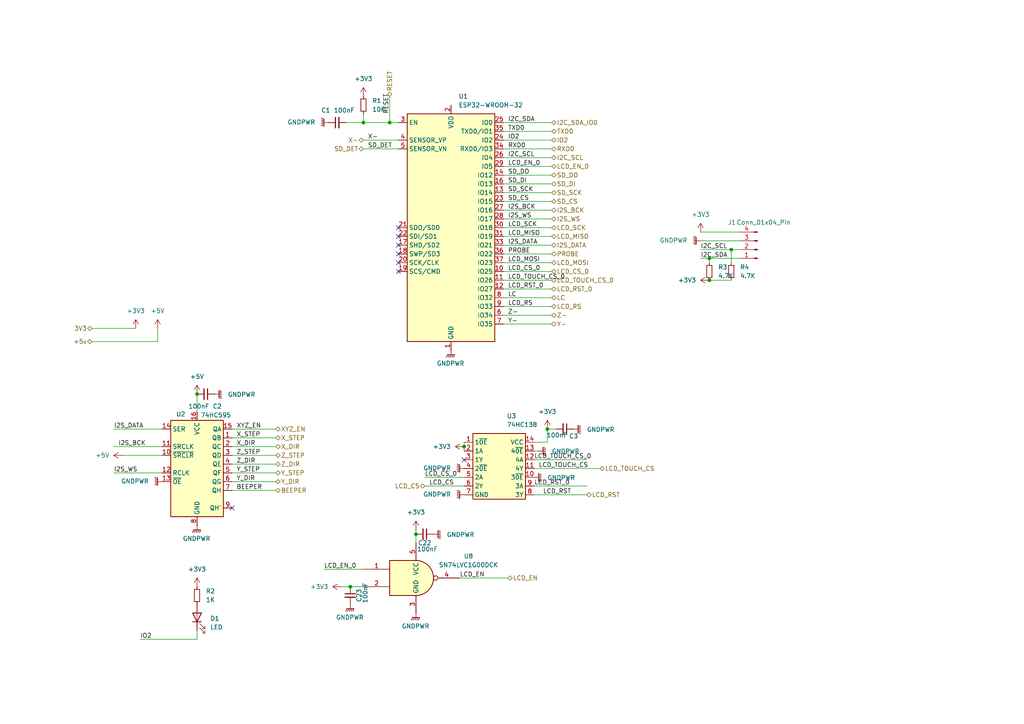
<source format=kicad_sch>
(kicad_sch (version 20231120) (generator "eeschema") (generator_version "8.0")
  (paper "A4")
  (lib_symbols
    (symbol "74xGxx:SN74LVC1G00DCK"
      (property "Reference" "U" (at -5.08 7.62 0))
      (property "Value" "SN74LVC1G00DCK" (at 7.62 -7.62 0))
      (symbol "SN74LVC1G00DCK_0_1"
        (arc (start 0 -5.08) (mid 5.0579 0) (end 0 5.08) (stroke (width 0.254)) (fill (type background)))
        (polyline (pts (xy 0 -5.08) (xy -7.62 -5.08) (xy -7.62 5.08) (xy 0 5.08)) (stroke (width 0.254)) (fill (type background)))
      )
      (symbol "SN74LVC1G00DCK_1_1"
        (pin input line (at -15.24 2.54 0) (length 7.62) (name "~") (number "1"))
        (pin input line (at -15.24 -2.54 0) (length 7.62) (name "~") (number "2"))
        (pin power_in line (at 0 -10.16 90) (length 5.08) (name "GND") (number "3"))
        (pin output inverted (at 12.7 0 180) (length 7.62) (name "~") (number "4"))
        (pin power_in line (at 0 10.16 270) (length 5.08) (name "VCC") (number "5"))
      )
    )
    (symbol "74xx:74HC138"
      (property "Reference" "U3" (at 2.1941 17.78 0))
      (property "Value" "74HC138" (at 2.1941 15.24 0))
      (symbol "74HC138_0_1"
        (rectangle (start -7.62 12.7) (end 7.62 -6.35) (stroke (width 0.254)) (fill (type background)))
      )
      (symbol "74HC138_1_1"
        (pin input line (at -10.16 10.16 0) (length 2.54) (name "1~{0E}") (number "1"))
        (pin output line (at 10.16 0 180) (length 2.54) (name "3~{0E}") (number "10"))
        (pin output line (at 10.16 2.54 180) (length 2.54) (name "4Y") (number "11"))
        (pin output line (at 10.16 5.08 180) (length 2.54) (name "4A") (number "12"))
        (pin output line (at 10.16 7.62 180) (length 2.54) (name "4~{0E}") (number "13"))
        (pin output line (at 10.16 10.16 180) (length 2.54) (name "VCC") (number "14"))
        (pin input line (at -10.16 7.62 0) (length 2.54) (name "1A") (number "2"))
        (pin input line (at -10.16 5.08 0) (length 2.54) (name "1Y") (number "3"))
        (pin input line (at -10.16 2.54 0) (length 2.54) (name "2~{0E}") (number "4"))
        (pin input line (at -10.16 0 0) (length 2.54) (name "2A") (number "5"))
        (pin input line (at -10.16 -2.54 0) (length 2.54) (name "2Y") (number "6"))
        (pin power_in line (at -10.16 -5.08 0) (length 2.54) (name "GND") (number "7"))
        (pin output line (at 10.16 -5.08 180) (length 2.54) (name "3Y") (number "8"))
        (pin output line (at 10.16 -2.54 180) (length 2.54) (name "3A") (number "9"))
      )
    )
    (symbol "74xx:74HC595"
      (property "Reference" "U" (at -7.62 13.97 0))
      (property "Value" "74HC595" (at -7.62 -16.51 0))
      (symbol "74HC595_1_0"
        (pin tri_state line (at 10.16 7.62 180) (length 2.54) (name "QB") (number "1"))
        (pin input line (at -10.16 2.54 0) (length 2.54) (name "~{SRCLR}") (number "10"))
        (pin input line (at -10.16 5.08 0) (length 2.54) (name "SRCLK") (number "11"))
        (pin input line (at -10.16 -2.54 0) (length 2.54) (name "RCLK") (number "12"))
        (pin input line (at -10.16 -5.08 0) (length 2.54) (name "~{OE}") (number "13"))
        (pin input line (at -10.16 10.16 0) (length 2.54) (name "SER") (number "14"))
        (pin tri_state line (at 10.16 10.16 180) (length 2.54) (name "QA") (number "15"))
        (pin power_in line (at 0 15.24 270) (length 2.54) (name "VCC") (number "16"))
        (pin tri_state line (at 10.16 5.08 180) (length 2.54) (name "QC") (number "2"))
        (pin tri_state line (at 10.16 2.54 180) (length 2.54) (name "QD") (number "3"))
        (pin tri_state line (at 10.16 0 180) (length 2.54) (name "QE") (number "4"))
        (pin tri_state line (at 10.16 -2.54 180) (length 2.54) (name "QF") (number "5"))
        (pin tri_state line (at 10.16 -5.08 180) (length 2.54) (name "QG") (number "6"))
        (pin tri_state line (at 10.16 -7.62 180) (length 2.54) (name "QH") (number "7"))
        (pin power_in line (at 0 -17.78 90) (length 2.54) (name "GND") (number "8"))
        (pin output line (at 10.16 -12.7 180) (length 2.54) (name "QH'") (number "9"))
      )
      (symbol "74HC595_1_1"
        (rectangle (start -7.62 12.7) (end 7.62 -15.24) (stroke (width 0.254)) (fill (type background)))
      )
    )
    (symbol "Connector:Conn_01x04_Pin" (pin_names (offset 1.016) hide)
      (property "Reference" "J" (at 0 5.08 0))
      (property "Value" "Conn_01x04_Pin" (at 0 -7.62 0))
      (symbol "Conn_01x04_Pin_1_1"
        (polyline (pts (xy 1.27 -5.08) (xy 0.8636 -5.08)) (stroke (width 0.1524)))
        (polyline (pts (xy 1.27 -2.54) (xy 0.8636 -2.54)) (stroke (width 0.1524)))
        (polyline (pts (xy 1.27 0) (xy 0.8636 0)) (stroke (width 0.1524)))
        (polyline (pts (xy 1.27 2.54) (xy 0.8636 2.54)) (stroke (width 0.1524)))
        (rectangle (start 0.8636 -4.953) (end 0 -5.207) (stroke (width 0.1524)) (fill (type outline)))
        (rectangle (start 0.8636 -2.413) (end 0 -2.667) (stroke (width 0.1524)) (fill (type outline)))
        (rectangle (start 0.8636 0.127) (end 0 -0.127) (stroke (width 0.1524)) (fill (type outline)))
        (rectangle (start 0.8636 2.667) (end 0 2.413) (stroke (width 0.1524)) (fill (type outline)))
        (pin passive line (at 5.08 2.54 180) (length 3.81) (name "Pin_1") (number "1"))
        (pin passive line (at 5.08 0 180) (length 3.81) (name "Pin_2") (number "2"))
        (pin passive line (at 5.08 -2.54 180) (length 3.81) (name "Pin_3") (number "3"))
        (pin passive line (at 5.08 -5.08 180) (length 3.81) (name "Pin_4") (number "4"))
      )
    )
    (symbol "Device:C_Small" (pin_numbers hide) (pin_names (offset 0.254) hide)
      (property "Reference" "C" (at 0.254 1.778 0))
      (property "Value" "C_Small" (at 0.254 -2.032 0))
      (symbol "C_Small_0_1"
        (polyline (pts (xy -1.524 -0.508) (xy 1.524 -0.508)) (stroke (width 0.3302)))
        (polyline (pts (xy -1.524 0.508) (xy 1.524 0.508)) (stroke (width 0.3048)))
      )
      (symbol "C_Small_1_1"
        (pin passive line (at 0 2.54 270) (length 2.032) (name "~") (number "1"))
        (pin passive line (at 0 -2.54 90) (length 2.032) (name "~") (number "2"))
      )
    )
    (symbol "Device:LED" (pin_numbers hide) (pin_names (offset 1.016) hide)
      (property "Reference" "D" (at 0 2.54 0))
      (property "Value" "LED" (at 0 -2.54 0))
      (symbol "LED_0_1"
        (polyline (pts (xy -1.27 -1.27) (xy -1.27 1.27)) (stroke (width 0.254)))
        (polyline (pts (xy -1.27 0) (xy 1.27 0)))
        (polyline (pts (xy 1.27 -1.27) (xy 1.27 1.27) (xy -1.27 0) (xy 1.27 -1.27)) (stroke (width 0.254)))
        (polyline (pts (xy -3.048 -0.762) (xy -4.572 -2.286) (xy -3.81 -2.286) (xy -4.572 -2.286) (xy -4.572 -1.524)))
        (polyline (pts (xy -1.778 -0.762) (xy -3.302 -2.286) (xy -2.54 -2.286) (xy -3.302 -2.286) (xy -3.302 -1.524)))
      )
      (symbol "LED_1_1"
        (pin passive line (at -3.81 0 0) (length 2.54) (name "K") (number "1"))
        (pin passive line (at 3.81 0 180) (length 2.54) (name "A") (number "2"))
      )
    )
    (symbol "Device:R_Small" (pin_numbers hide) (pin_names (offset 0.254) hide)
      (property "Reference" "R" (at 0.762 0.508 0))
      (property "Value" "R_Small" (at 0.762 -1.016 0))
      (symbol "R_Small_0_1"
        (rectangle (start -0.762 1.778) (end 0.762 -1.778) (stroke (width 0.2032)))
      )
      (symbol "R_Small_1_1"
        (pin passive line (at 0 2.54 270) (length 0.762) (name "~") (number "1"))
        (pin passive line (at 0 -2.54 90) (length 0.762) (name "~") (number "2"))
      )
    )
    (symbol "RF_Module:ESP32-WROOM-32"
      (property "Reference" "U" (at -12.7 34.29 0))
      (property "Value" "ESP32-WROOM-32" (at 1.27 34.29 0))
      (symbol "ESP32-WROOM-32_0_1"
        (rectangle (start -12.7 33.02) (end 12.7 -33.02) (stroke (width 0.254)) (fill (type background)))
      )
      (symbol "ESP32-WROOM-32_1_1"
        (pin power_in line (at 0 -35.56 90) (length 2.54) (name "GND") (number "1"))
        (pin bidirectional line (at 15.24 -12.7 180) (length 2.54) (name "IO25") (number "10"))
        (pin bidirectional line (at 15.24 -15.24 180) (length 2.54) (name "IO26") (number "11"))
        (pin bidirectional line (at 15.24 -17.78 180) (length 2.54) (name "IO27") (number "12"))
        (pin bidirectional line (at 15.24 10.16 180) (length 2.54) (name "IO14") (number "13"))
        (pin bidirectional line (at 15.24 15.24 180) (length 2.54) (name "IO12") (number "14"))
        (pin passive line (at 0 -35.56 90) (length 2.54) hide (name "GND") (number "15"))
        (pin bidirectional line (at 15.24 12.7 180) (length 2.54) (name "IO13") (number "16"))
        (pin bidirectional line (at -15.24 -5.08 0) (length 2.54) (name "SHD/SD2") (number "17"))
        (pin bidirectional line (at -15.24 -7.62 0) (length 2.54) (name "SWP/SD3") (number "18"))
        (pin bidirectional line (at -15.24 -12.7 0) (length 2.54) (name "SCS/CMD") (number "19"))
        (pin power_in line (at 0 35.56 270) (length 2.54) (name "VDD") (number "2"))
        (pin bidirectional line (at -15.24 -10.16 0) (length 2.54) (name "SCK/CLK") (number "20"))
        (pin bidirectional line (at -15.24 0 0) (length 2.54) (name "SDO/SD0") (number "21"))
        (pin bidirectional line (at -15.24 -2.54 0) (length 2.54) (name "SDI/SD1") (number "22"))
        (pin bidirectional line (at 15.24 7.62 180) (length 2.54) (name "IO15") (number "23"))
        (pin bidirectional line (at 15.24 25.4 180) (length 2.54) (name "IO2") (number "24"))
        (pin bidirectional line (at 15.24 30.48 180) (length 2.54) (name "IO0") (number "25"))
        (pin bidirectional line (at 15.24 20.32 180) (length 2.54) (name "IO4") (number "26"))
        (pin bidirectional line (at 15.24 5.08 180) (length 2.54) (name "IO16") (number "27"))
        (pin bidirectional line (at 15.24 2.54 180) (length 2.54) (name "IO17") (number "28"))
        (pin bidirectional line (at 15.24 17.78 180) (length 2.54) (name "IO5") (number "29"))
        (pin input line (at -15.24 30.48 0) (length 2.54) (name "EN") (number "3"))
        (pin bidirectional line (at 15.24 0 180) (length 2.54) (name "IO18") (number "30"))
        (pin bidirectional line (at 15.24 -2.54 180) (length 2.54) (name "IO19") (number "31"))
        (pin no_connect line (at -12.7 -27.94 0) (length 2.54) hide (name "NC") (number "32"))
        (pin bidirectional line (at 15.24 -5.08 180) (length 2.54) (name "IO21") (number "33"))
        (pin bidirectional line (at 15.24 22.86 180) (length 2.54) (name "RXD0/IO3") (number "34"))
        (pin bidirectional line (at 15.24 27.94 180) (length 2.54) (name "TXD0/IO1") (number "35"))
        (pin bidirectional line (at 15.24 -7.62 180) (length 2.54) (name "IO22") (number "36"))
        (pin bidirectional line (at 15.24 -10.16 180) (length 2.54) (name "IO23") (number "37"))
        (pin passive line (at 0 -35.56 90) (length 2.54) hide (name "GND") (number "38"))
        (pin passive line (at 0 -35.56 90) (length 2.54) hide (name "GND") (number "39"))
        (pin input line (at -15.24 25.4 0) (length 2.54) (name "SENSOR_VP") (number "4"))
        (pin input line (at -15.24 22.86 0) (length 2.54) (name "SENSOR_VN") (number "5"))
        (pin input line (at 15.24 -25.4 180) (length 2.54) (name "IO34") (number "6"))
        (pin input line (at 15.24 -27.94 180) (length 2.54) (name "IO35") (number "7"))
        (pin bidirectional line (at 15.24 -20.32 180) (length 2.54) (name "IO32") (number "8"))
        (pin bidirectional line (at 15.24 -22.86 180) (length 2.54) (name "IO33") (number "9"))
      )
    )
    (symbol "power:+3V3" (power) (pin_numbers hide) (pin_names (offset 0) hide)
      (property "Value" "+3V3" (at 0 3.556 0))
      (symbol "+3V3_0_1"
        (polyline (pts (xy -0.762 1.27) (xy 0 2.54)))
        (polyline (pts (xy 0 0) (xy 0 2.54)))
        (polyline (pts (xy 0 2.54) (xy 0.762 1.27)))
      )
      (symbol "+3V3_1_1"
        (pin power_in line (at 0 0 90) (length 0) (name "~") (number "1"))
      )
    )
    (symbol "power:GNDPWR" (power) (pin_numbers hide) (pin_names (offset 0) hide)
      (property "Value" "GNDPWR" (at 0 -3.302 0))
      (symbol "GNDPWR_0_1"
        (polyline (pts (xy 0 -1.27) (xy 0 0)))
        (polyline (pts (xy -1.016 -1.27) (xy -1.27 -2.032) (xy -1.27 -2.032)) (stroke (width 0.2032)))
        (polyline (pts (xy -0.508 -1.27) (xy -0.762 -2.032) (xy -0.762 -2.032)) (stroke (width 0.2032)))
        (polyline (pts (xy 0 -1.27) (xy -0.254 -2.032) (xy -0.254 -2.032)) (stroke (width 0.2032)))
        (polyline (pts (xy 0.508 -1.27) (xy 0.254 -2.032) (xy 0.254 -2.032)) (stroke (width 0.2032)))
        (polyline (pts (xy 1.016 -1.27) (xy -1.016 -1.27) (xy -1.016 -1.27)) (stroke (width 0.2032)))
        (polyline (pts (xy 1.016 -1.27) (xy 0.762 -2.032) (xy 0.762 -2.032) (xy 0.762 -2.032)) (stroke (width 0.2032)))
      )
      (symbol "GNDPWR_1_1"
        (pin power_in line (at 0 0 270) (length 0) (name "~") (number "1"))
      )
    )
  )
  (junction (at 105.41 35.56))
  (junction (at 134.62 129.54))
  (junction (at 101.6 170.18))
  (junction (at 113.03 35.56))
  (junction (at 158.75 124.46))
  (junction (at 57.15 114.3))
  (junction (at 212.09 72.39))
  (junction (at 205.74 81.28))
  (junction (at 120.65 154.94))
  (junction (at 205.74 74.93))
  (no_connect (at 134.62 133.35))
  (no_connect (at 115.57 73.66))
  (no_connect (at 67.31 147.32))
  (no_connect (at 115.57 66.04))
  (no_connect (at 115.57 71.12))
  (no_connect (at 115.57 68.58))
  (no_connect (at 115.57 76.2))
  (no_connect (at 115.57 78.74))
  (wire (pts (xy 33.02 129.54) (xy 46.99 129.54)))
  (wire (pts (xy 99.06 170.18) (xy 101.6 170.18)))
  (wire (pts (xy 205.74 74.93) (xy 205.74 76.2)))
  (wire (pts (xy 146.05 48.26) (xy 160.02 48.26)))
  (wire (pts (xy 45.72 99.06) (xy 45.72 95.25)))
  (wire (pts (xy 146.05 50.8) (xy 160.02 50.8)))
  (wire (pts (xy 205.74 74.93) (xy 214.63 74.93)))
  (wire (pts (xy 134.62 129.54) (xy 134.62 130.81)))
  (wire (pts (xy 146.05 35.56) (xy 160.02 35.56)))
  (wire (pts (xy 113.03 35.56) (xy 105.41 35.56)))
  (wire (pts (xy 203.2 74.93) (xy 205.74 74.93)))
  (wire (pts (xy 35.56 132.08) (xy 46.99 132.08)))
  (wire (pts (xy 146.05 71.12) (xy 160.02 71.12)))
  (wire (pts (xy 57.15 114.3) (xy 57.15 119.38)))
  (wire (pts (xy 115.57 35.56) (xy 113.03 35.56)))
  (wire (pts (xy 146.05 73.66) (xy 160.02 73.66)))
  (wire (pts (xy 205.74 81.28) (xy 212.09 81.28)))
  (wire (pts (xy 154.94 128.27) (xy 158.75 128.27)))
  (wire (pts (xy 158.75 124.46) (xy 161.29 124.46)))
  (wire (pts (xy 146.05 86.36) (xy 160.02 86.36)))
  (wire (pts (xy 33.02 124.46) (xy 46.99 124.46)))
  (wire (pts (xy 158.75 128.27) (xy 158.75 124.46)))
  (wire (pts (xy 154.94 135.89) (xy 173.99 135.89)))
  (wire (pts (xy 146.05 76.2) (xy 160.02 76.2)))
  (wire (pts (xy 57.15 182.88) (xy 57.15 185.42)))
  (wire (pts (xy 40.64 185.42) (xy 57.15 185.42)))
  (wire (pts (xy 80.01 137.16) (xy 67.31 137.16)))
  (wire (pts (xy 146.05 40.64) (xy 160.02 40.64)))
  (wire (pts (xy 80.01 142.24) (xy 67.31 142.24)))
  (wire (pts (xy 203.2 67.31) (xy 214.63 67.31)))
  (wire (pts (xy 212.09 72.39) (xy 214.63 72.39)))
  (wire (pts (xy 146.05 63.5) (xy 160.02 63.5)))
  (wire (pts (xy 154.94 133.35) (xy 170.18 133.35)))
  (wire (pts (xy 80.01 129.54) (xy 67.31 129.54)))
  (wire (pts (xy 105.41 35.56) (xy 105.41 33.02)))
  (wire (pts (xy 134.62 128.27) (xy 134.62 129.54)))
  (wire (pts (xy 80.01 132.08) (xy 67.31 132.08)))
  (wire (pts (xy 146.05 68.58) (xy 160.02 68.58)))
  (wire (pts (xy 133.35 167.64) (xy 147.32 167.64)))
  (wire (pts (xy 80.01 124.46) (xy 67.31 124.46)))
  (wire (pts (xy 146.05 45.72) (xy 160.02 45.72)))
  (wire (pts (xy 146.05 55.88) (xy 160.02 55.88)))
  (wire (pts (xy 123.19 138.43) (xy 134.62 138.43)))
  (wire (pts (xy 203.2 69.85) (xy 214.63 69.85)))
  (wire (pts (xy 123.19 140.97) (xy 134.62 140.97)))
  (wire (pts (xy 146.05 60.96) (xy 160.02 60.96)))
  (wire (pts (xy 154.94 143.51) (xy 170.18 143.51)))
  (wire (pts (xy 146.05 53.34) (xy 160.02 53.34)))
  (wire (pts (xy 146.05 93.98) (xy 160.02 93.98)))
  (wire (pts (xy 26.67 99.06) (xy 45.72 99.06)))
  (wire (pts (xy 120.65 153.67) (xy 120.65 154.94)))
  (wire (pts (xy 100.33 35.56) (xy 105.41 35.56)))
  (wire (pts (xy 146.05 81.28) (xy 160.02 81.28)))
  (wire (pts (xy 146.05 38.1) (xy 160.02 38.1)))
  (wire (pts (xy 105.41 40.64) (xy 115.57 40.64)))
  (wire (pts (xy 101.6 170.18) (xy 105.41 170.18)))
  (wire (pts (xy 203.2 72.39) (xy 212.09 72.39)))
  (wire (pts (xy 146.05 66.04) (xy 160.02 66.04)))
  (wire (pts (xy 146.05 43.18) (xy 160.02 43.18)))
  (wire (pts (xy 146.05 58.42) (xy 160.02 58.42)))
  (wire (pts (xy 146.05 83.82) (xy 160.02 83.82)))
  (wire (pts (xy 212.09 72.39) (xy 212.09 76.2)))
  (wire (pts (xy 154.94 130.81) (xy 156.21 130.81)))
  (wire (pts (xy 105.41 43.18) (xy 115.57 43.18)))
  (wire (pts (xy 80.01 139.7) (xy 67.31 139.7)))
  (wire (pts (xy 80.01 134.62) (xy 67.31 134.62)))
  (wire (pts (xy 146.05 88.9) (xy 160.02 88.9)))
  (wire (pts (xy 33.02 137.16) (xy 46.99 137.16)))
  (wire (pts (xy 146.05 78.74) (xy 160.02 78.74)))
  (wire (pts (xy 146.05 91.44) (xy 160.02 91.44)))
  (wire (pts (xy 120.65 154.94) (xy 120.65 157.48)))
  (wire (pts (xy 26.67 95.25) (xy 39.37 95.25)))
  (wire (pts (xy 113.03 27.94) (xy 113.03 35.56)))
  (wire (pts (xy 80.01 127) (xy 67.31 127)))
  (wire (pts (xy 93.98 165.1) (xy 105.41 165.1)))
  (wire (pts (xy 154.94 140.97) (xy 170.18 140.97)))
  (label "Z_STEP" (at 68.58 132.08 0))
  (label "Y-" (at 147.32 93.98 0))
  (label "Y_STEP" (at 68.58 137.16 0))
  (label "LCD_EN_0" (at 147.32 48.26 0))
  (label "I2S_WS" (at 147.32 63.5 0))
  (label "I2C_SDA" (at 147.32 35.56 0))
  (label "LCD_SCK" (at 147.32 66.04 0))
  (label "Z-" (at 147.32 91.44 0))
  (label "SD_DI" (at 147.32 53.34 0))
  (label "I2S_BCK" (at 34.29 129.54 0))
  (label "SD_CS" (at 147.32 58.42 0))
  (label "X_STEP" (at 68.58 127 0))
  (label "I2C_SCL" (at 203.2 72.39 0))
  (label "LCD_CS_0" (at 147.32 78.74 0))
  (label "SD_SCK" (at 147.32 55.88 0))
  (label "I2C_SCL" (at 147.32 45.72 0))
  (label "TXD0" (at 147.32 38.1 0))
  (label "X_DIR" (at 68.58 129.54 0))
  (label "I2C_SDA" (at 203.2 74.93 0))
  (label "RXD0" (at 147.32 43.18 0))
  (label "SD_DO" (at 147.32 50.8 0))
  (label "LCD_TOUCH_CS_0" (at 154.94 133.35 0))
  (label "X-" (at 106.68 40.64 0))
  (label "BEEPER" (at 68.58 142.24 0))
  (label "LCD_CS_0" (at 123.19 138.43 0))
  (label "SD_DET" (at 106.68 43.18 0))
  (label "LCD_MISO" (at 147.32 68.58 0))
  (label "XYZ_EN" (at 68.58 124.46 0))
  (label "LCD_TOUCH_CS_0" (at 147.32 81.28 0))
  (label "LC" (at 147.32 86.36 0))
  (label "I2S_WS" (at 33.02 137.16 0))
  (label "Y_DIR" (at 68.58 139.7 0))
  (label "Z_DIR" (at 68.58 134.62 0))
  (label "LCD_RST_0" (at 154.94 140.97 0))
  (label "IO2" (at 147.32 40.64 0))
  (label "LCD_RST" (at 157.48 143.51 0))
  (label "IO2" (at 40.64 185.42 0))
  (label "I2S_BCK" (at 147.32 60.96 0))
  (label "LCD_EN" (at 133.35 167.64 0))
  (label "I2S_DATA" (at 33.02 124.46 0))
  (label "LCD_RST_0" (at 147.32 83.82 0))
  (label "I2S_DATA" (at 147.32 71.12 0))
  (label "LCD_MOSI" (at 147.32 76.2 0))
  (label "PROBE" (at 147.32 73.66 0))
  (label "RESET" (at 113.03 33.02 90))
  (label "LCD_CS" (at 124.46 140.97 0))
  (label "LCD_EN_0" (at 93.98 165.1 0))
  (label "LCD_RS" (at 147.32 88.9 0))
  (label "LCD_TOUCH_CS" (at 156.21 135.89 0))
  (hierarchical_label "I2S_DATA" (shape bidirectional) (at 160.02 71.12 0))
  (hierarchical_label "Y_DIR" (shape bidirectional) (at 80.01 139.7 0))
  (hierarchical_label "LCD_EN" (shape bidirectional) (at 147.32 167.64 0))
  (hierarchical_label "Z_DIR" (shape bidirectional) (at 80.01 134.62 0))
  (hierarchical_label "Z-" (shape bidirectional) (at 160.02 91.44 0))
  (hierarchical_label "I2C_SCL" (shape bidirectional) (at 160.02 45.72 0))
  (hierarchical_label "X_DIR" (shape bidirectional) (at 80.01 129.54 0))
  (hierarchical_label "LCD_CS_0" (shape bidirectional) (at 160.02 78.74 0))
  (hierarchical_label "SD_DO" (shape bidirectional) (at 160.02 50.8 0))
  (hierarchical_label "XYZ_EN" (shape bidirectional) (at 80.01 124.46 0))
  (hierarchical_label "+5v" (shape bidirectional) (at 26.67 99.06 180))
  (hierarchical_label "LCD_MOSI" (shape bidirectional) (at 160.02 76.2 0))
  (hierarchical_label "SD_DI" (shape bidirectional) (at 160.02 53.34 0))
  (hierarchical_label "LCD_TOUCH_CS_0" (shape bidirectional) (at 160.02 81.28 0))
  (hierarchical_label "3V3" (shape bidirectional) (at 26.67 95.25 180))
  (hierarchical_label "LCD_SCK" (shape bidirectional) (at 160.02 66.04 0))
  (hierarchical_label "RXD0" (shape bidirectional) (at 160.02 43.18 0))
  (hierarchical_label "RESET" (shape bidirectional) (at 113.03 27.94 90))
  (hierarchical_label "LCD_RS" (shape bidirectional) (at 160.02 88.9 0))
  (hierarchical_label "LCD_CS" (shape bidirectional) (at 123.19 140.97 180))
  (hierarchical_label "SD_CS" (shape bidirectional) (at 160.02 58.42 0))
  (hierarchical_label "LCD_RST_0" (shape bidirectional) (at 160.02 83.82 0))
  (hierarchical_label "Y-" (shape bidirectional) (at 160.02 93.98 0))
  (hierarchical_label "Y_STEP" (shape bidirectional) (at 80.01 137.16 0))
  (hierarchical_label "IO2" (shape bidirectional) (at 160.02 40.64 0))
  (hierarchical_label "SD_SCK" (shape bidirectional) (at 160.02 55.88 0))
  (hierarchical_label "I2C_SDA_IO0" (shape bidirectional) (at 160.02 35.56 0))
  (hierarchical_label "Z_STEP" (shape bidirectional) (at 80.01 132.08 0))
  (hierarchical_label "LCD_MISO" (shape bidirectional) (at 160.02 68.58 0))
  (hierarchical_label "X_STEP" (shape bidirectional) (at 80.01 127 0))
  (hierarchical_label "X-" (shape bidirectional) (at 105.41 40.64 180))
  (hierarchical_label "LC" (shape bidirectional) (at 160.02 86.36 0))
  (hierarchical_label "LCD_TOUCH_CS" (shape bidirectional) (at 173.99 135.89 0))
  (hierarchical_label "SD_DET" (shape bidirectional) (at 105.41 43.18 180))
  (hierarchical_label "I2S_BCK" (shape bidirectional) (at 160.02 60.96 0))
  (hierarchical_label "BEEPER" (shape bidirectional) (at 80.01 142.24 0))
  (hierarchical_label "I2S_WS" (shape bidirectional) (at 160.02 63.5 0))
  (hierarchical_label "LCD_RST" (shape bidirectional) (at 170.18 143.51 0))
  (hierarchical_label "PROBE" (shape bidirectional) (at 160.02 73.66 0))
  (hierarchical_label "LCD_EN_0" (shape bidirectional) (at 160.02 48.26 0))
  (hierarchical_label "TXD0" (shape bidirectional) (at 160.02 38.1 0))
  (symbol (lib_id "power:+3V3") (at 158.75 124.46 0) (unit 1)
    (property "Reference" "#PWR014" (effects (hide yes)))
    (property "Value" "+3V3" (at 158.75 119.38 0))
    (property "Description" "Power symbol creates a global label with name \"+3V3\"" (effects (hide yes)))
  )
  (symbol (lib_id "power:GNDPWR") (at 95.25 35.56 270) (unit 1)
    (property "Reference" "#PWR04" (effects (hide yes)))
    (property "Value" "GNDPWR" (at 91.44 35.4329 90) (effects (justify right)))
    (property "Description" "Power symbol creates a global label with name \"GNDPWR\" , global ground" (effects (hide yes)))
  )
  (symbol (lib_id "74xGxx:SN74LVC1G00DCK") (at 120.65 167.64 0) (unit 1)
    (property "Reference" "U8" (at 135.89 161.3214 0))
    (property "Value" "SN74LVC1G00DCK" (at 135.89 163.8614 0))
    (property "Footprint" "Package_TO_SOT_SMD:Texas_R-PDSO-G5_DCK-5" (effects (hide yes)))
    (property "Datasheet" "http://www.ti.com/lit/ds/symlink/sn74lvc1g00.pdf" (effects (hide yes)))
    (property "Description" "Single NAND Gate, Low-Voltage CMOS, SOT-353" (effects (hide yes)))
  )
  (symbol (lib_id "power:GNDPWR") (at 166.37 124.46 90) (unit 1)
    (property "Reference" "#PWR016" (effects (hide yes)))
    (property "Value" "GNDPWR" (at 170.18 124.5869 90) (effects (justify right)))
    (property "Description" "Power symbol creates a global label with name \"GNDPWR\" , global ground" (effects (hide yes)))
  )
  (symbol (lib_id "power:GNDPWR") (at 203.2 69.85 270) (unit 1)
    (property "Reference" "#PWR021" (effects (hide yes)))
    (property "Value" "GNDPWR" (at 199.39 69.7229 90) (effects (justify right)))
    (property "Description" "Power symbol creates a global label with name \"GNDPWR\" , global ground" (effects (hide yes)))
  )
  (symbol (lib_id "74xx:74HC138") (at 144.78 138.43 0) (unit 1)
    (property "Reference" "U3" (at 146.9741 120.65 0) (effects (justify left)))
    (property "Value" "74HC138" (at 146.9741 123.19 0) (effects (justify left)))
    (property "Datasheet" "http://www.ti.com/lit/ds/symlink/cd74hc238.pdf" (effects (hide yes)))
    (property "Description" "3-to-8 line decoder/multiplexer inverting, DIP-16/SOIC-16/SSOP-16" (effects (hide yes)))
  )
  (symbol (lib_id "power:GNDPWR") (at 46.99 139.7 270) (unit 1)
    (property "Reference" "#PWR08" (effects (hide yes)))
    (property "Value" "GNDPWR" (at 43.18 139.5729 90) (effects (justify right)))
    (property "Description" "Power symbol creates a global label with name \"GNDPWR\" , global ground" (effects (hide yes)))
  )
  (symbol (lib_id "Device:C_Small") (at 59.69 114.3 270) (unit 1)
    (property "Reference" "C2" (at 62.992 117.856 90))
    (property "Value" "100nF" (at 57.658 117.856 90))
    (property "Description" "Unpolarized capacitor, small symbol" (effects (hide yes)))
  )
  (symbol (lib_id "Device:C_Small") (at 163.83 124.46 270) (unit 1)
    (property "Reference" "C3" (at 166.37 126.492 90))
    (property "Value" "100nF" (at 161.544 126.238 90))
    (property "Description" "Unpolarized capacitor, small symbol" (effects (hide yes)))
  )
  (symbol (lib_id "power:GNDPWR") (at 154.94 138.43 90) (unit 1)
    (property "Reference" "#PWR018" (effects (hide yes)))
    (property "Value" "GNDPWR" (at 158.75 138.5569 90) (effects (justify right)))
    (property "Description" "Power symbol creates a global label with name \"GNDPWR\" , global ground" (effects (hide yes)))
  )
  (symbol (lib_id "power:GNDPWR") (at 120.65 177.8 0) (unit 1)
    (property "Reference" "#PWR098" (effects (hide yes)))
    (property "Value" "GNDPWR" (at 120.523 181.61 0))
    (property "Description" "Power symbol creates a global label with name \"GNDPWR\" , global ground" (effects (hide yes)))
  )
  (symbol (lib_id "power:GNDPWR") (at 62.23 114.3 90) (unit 1)
    (property "Reference" "#PWR015" (effects (hide yes)))
    (property "Value" "GNDPWR" (at 66.04 114.4269 90) (effects (justify right)))
    (property "Description" "Power symbol creates a global label with name \"GNDPWR\" , global ground" (effects (hide yes)))
  )
  (symbol (lib_id "Device:R_Small") (at 57.15 172.72 180) (unit 1)
    (property "Reference" "R2" (at 59.69 171.4499 0) (effects (justify right)))
    (property "Value" "1K" (at 59.69 173.9899 0) (effects (justify right)))
    (property "Description" "Resistor, small symbol" (effects (hide yes)))
  )
  (symbol (lib_id "power:+3V3") (at 99.06 170.18 90) (unit 1)
    (property "Reference" "#PWR099" (effects (hide yes)))
    (property "Value" "+3V3" (at 95.25 170.1799 90) (effects (justify left)))
    (property "Description" "Power symbol creates a global label with name \"+3V3\"" (effects (hide yes)))
  )
  (symbol (lib_id "power:GNDPWR") (at 125.73 154.94 90) (unit 1)
    (property "Reference" "#PWR097" (effects (hide yes)))
    (property "Value" "GNDPWR" (at 129.54 155.0669 90) (effects (justify right)))
    (property "Description" "Power symbol creates a global label with name \"GNDPWR\" , global ground" (effects (hide yes)))
  )
  (symbol (lib_id "power:+3V3") (at 120.65 153.67 0) (unit 1)
    (property "Reference" "#PWR096" (effects (hide yes)))
    (property "Value" "+3V3" (at 120.65 148.59 0))
    (property "Description" "Power symbol creates a global label with name \"+3V3\"" (effects (hide yes)))
  )
  (symbol (lib_id "Device:R_Small") (at 105.41 30.48 180) (unit 1)
    (property "Reference" "R1" (at 107.95 29.2099 0) (effects (justify right)))
    (property "Value" "10K" (at 107.95 31.7499 0) (effects (justify right)))
    (property "Description" "Resistor, small symbol" (effects (hide yes)))
  )
  (symbol (lib_id "Connector:Conn_01x04_Pin") (at 219.71 72.39 180) (unit 1)
    (property "Reference" "J1" (at 211.074 64.516 0) (effects (justify right)))
    (property "Value" "Conn_01x04_Pin" (at 213.614 64.516 0) (effects (justify right)))
    (property "Description" "Generic connector, single row, 01x04, script generated" (effects (hide yes)))
  )
  (symbol (lib_id "power:+3V3") (at 203.2 67.31 0) (unit 1)
    (property "Reference" "#PWR020" (effects (hide yes)))
    (property "Value" "+3V3" (at 203.2 62.23 0))
    (property "Description" "Power symbol creates a global label with name \"+3V3\"" (effects (hide yes)))
  )
  (symbol (lib_id "power:+3V3") (at 57.15 114.3 0) (unit 1)
    (property "Reference" "#PWR09" (effects (hide yes)))
    (property "Value" "+5V" (at 57.15 109.22 0))
    (property "Description" "Power symbol creates a global label with name \"+3V3\"" (effects (hide yes)))
  )
  (symbol (lib_id "RF_Module:ESP32-WROOM-32") (at 130.81 66.04 0) (unit 1)
    (property "Reference" "U1" (at 133.0041 27.94 0) (effects (justify left)))
    (property "Value" "ESP32-WROOM-32" (at 133.0041 30.48 0) (effects (justify left)))
    (property "Footprint" "RF_Module:ESP32-WROOM-32" (effects (hide yes)))
    (property "Datasheet" "https://www.espressif.com/sites/default/files/documentation/esp32-wroom-32_datasheet_en.pdf" (effects (hide yes)))
    (property "Description" "RF Module, ESP32-D0WDQ6 SoC, Wi-Fi 802.11b/g/n, Bluetooth, BLE, 32-bit, 2.7-3.6V, onboard antenna, SMD" (effects (hide yes)))
  )
  (symbol (lib_id "power:GNDPWR") (at 57.15 152.4 0) (unit 1)
    (property "Reference" "#PWR07" (effects (hide yes)))
    (property "Value" "GNDPWR" (at 57.023 156.21 0))
    (property "Description" "Power symbol creates a global label with name \"GNDPWR\" , global ground" (effects (hide yes)))
  )
  (symbol (lib_id "power:GNDPWR") (at 130.81 101.6 0) (unit 1)
    (property "Reference" "#PWR02" (effects (hide yes)))
    (property "Value" "GNDPWR" (at 130.683 105.41 0))
    (property "Description" "Power symbol creates a global label with name \"GNDPWR\" , global ground" (effects (hide yes)))
  )
  (symbol (lib_id "power:+3V3") (at 45.72 95.25 0) (unit 1)
    (property "Reference" "#PWR05" (effects (hide yes)))
    (property "Value" "+5V" (at 45.72 90.17 0))
    (property "Description" "Power symbol creates a global label with name \"+3V3\"" (effects (hide yes)))
  )
  (symbol (lib_id "power:GNDPWR") (at 134.62 143.51 270) (unit 1)
    (property "Reference" "#PWR013" (effects (hide yes)))
    (property "Value" "GNDPWR" (at 130.81 143.3829 90) (effects (justify right)))
    (property "Description" "Power symbol creates a global label with name \"GNDPWR\" , global ground" (effects (hide yes)))
  )
  (symbol (lib_id "Device:R_Small") (at 212.09 78.74 180) (unit 1)
    (property "Reference" "R4" (at 214.63 77.4699 0) (effects (justify right)))
    (property "Value" "4.7K" (at 214.63 80.0099 0) (effects (justify right)))
    (property "Description" "Resistor, small symbol" (effects (hide yes)))
  )
  (symbol (lib_id "74xx:74HC595") (at 57.15 134.62 0) (unit 1)
    (property "Reference" "U2" (at 51.054 120.142 0) (effects (justify left)))
    (property "Value" "74HC595" (at 58.166 120.396 0) (effects (justify left)))
    (property "Datasheet" "http://www.ti.com/lit/ds/symlink/sn74hc595.pdf" (effects (hide yes)))
    (property "Description" "8-bit serial in/out Shift Register 3-State Outputs" (effects (hide yes)))
  )
  (symbol (lib_id "power:GNDPWR") (at 134.62 135.89 270) (unit 1)
    (property "Reference" "#PWR012" (effects (hide yes)))
    (property "Value" "GNDPWR" (at 130.81 135.7629 90) (effects (justify right)))
    (property "Description" "Power symbol creates a global label with name \"GNDPWR\" , global ground" (effects (hide yes)))
  )
  (symbol (lib_id "Device:C_Small") (at 101.6 172.72 0) (unit 1)
    (property "Reference" "C23" (at 104.14 172.72 90))
    (property "Value" "100nF" (at 105.918 171.958 90))
    (property "Description" "Unpolarized capacitor, small symbol" (effects (hide yes)))
  )
  (symbol (lib_id "power:GNDPWR") (at 101.6 175.26 0) (unit 1)
    (property "Reference" "#PWR0100" (effects (hide yes)))
    (property "Value" "GNDPWR" (at 101.473 179.07 0))
    (property "Description" "Power symbol creates a global label with name \"GNDPWR\" , global ground" (effects (hide yes)))
  )
  (symbol (lib_id "power:+3V3") (at 57.15 170.18 0) (unit 1)
    (property "Reference" "#PWR010" (effects (hide yes)))
    (property "Value" "+3V3" (at 57.15 165.1 0))
    (property "Description" "Power symbol creates a global label with name \"+3V3\"" (effects (hide yes)))
  )
  (symbol (lib_id "power:+3V3") (at 205.74 81.28 90) (unit 1)
    (property "Reference" "#PWR019" (effects (hide yes)))
    (property "Value" "+3V3" (at 201.93 81.2799 90) (effects (justify left)))
    (property "Description" "Power symbol creates a global label with name \"+3V3\"" (effects (hide yes)))
  )
  (symbol (lib_id "Device:C_Small") (at 97.79 35.56 90) (unit 1)
    (property "Reference" "C1" (at 94.488 32.004 90))
    (property "Value" "100nF" (at 99.822 32.004 90))
    (property "Description" "Unpolarized capacitor, small symbol" (effects (hide yes)))
  )
  (symbol (lib_id "Device:C_Small") (at 123.19 154.94 270) (unit 1)
    (property "Reference" "C22" (at 123.19 157.48 90))
    (property "Value" "100nF" (at 123.952 159.258 90))
    (property "Description" "Unpolarized capacitor, small symbol" (effects (hide yes)))
  )
  (symbol (lib_id "Device:LED") (at 57.15 179.07 90) (unit 1)
    (property "Reference" "D1" (at 60.96 179.3874 90) (effects (justify right)))
    (property "Value" "LED" (at 60.96 181.9274 90) (effects (justify right)))
    (property "Description" "Light emitting diode" (effects (hide yes)))
  )
  (symbol (lib_id "Device:R_Small") (at 205.74 78.74 180) (unit 1)
    (property "Reference" "R3" (at 208.28 77.4699 0) (effects (justify right)))
    (property "Value" "4.7K" (at 208.28 80.0099 0) (effects (justify right)))
    (property "Description" "Resistor, small symbol" (effects (hide yes)))
  )
  (symbol (lib_id "power:+3V3") (at 105.41 27.94 0) (unit 1)
    (property "Reference" "#PWR03" (effects (hide yes)))
    (property "Value" "+3V3" (at 105.41 22.86 0))
    (property "Description" "Power symbol creates a global label with name \"+3V3\"" (effects (hide yes)))
  )
  (symbol (lib_id "power:+3V3") (at 134.62 129.54 90) (unit 1)
    (property "Reference" "#PWR011" (effects (hide yes)))
    (property "Value" "+3V3" (at 130.81 129.5399 90) (effects (justify left)))
    (property "Description" "Power symbol creates a global label with name \"+3V3\"" (effects (hide yes)))
  )
  (symbol (lib_id "power:+3V3") (at 39.37 95.25 0) (unit 1)
    (property "Reference" "#PWR01" (effects (hide yes)))
    (property "Value" "+3V3" (at 39.37 90.17 0))
    (property "Description" "Power symbol creates a global label with name \"+3V3\"" (effects (hide yes)))
  )
  (symbol (lib_id "power:+3V3") (at 35.56 132.08 90) (unit 1)
    (property "Reference" "#PWR06" (effects (hide yes)))
    (property "Value" "+5V" (at 31.75 132.0799 90) (effects (justify left)))
    (property "Description" "Power symbol creates a global label with name \"+3V3\"" (effects (hide yes)))
  )
  (symbol (lib_id "power:GNDPWR") (at 156.21 130.81 90) (unit 1)
    (property "Reference" "#PWR017" (effects (hide yes)))
    (property "Value" "GNDPWR" (at 160.02 130.9369 90) (effects (justify right)))
    (property "Description" "Power symbol creates a global label with name \"GNDPWR\" , global ground" (effects (hide yes)))
  )
)
</source>
